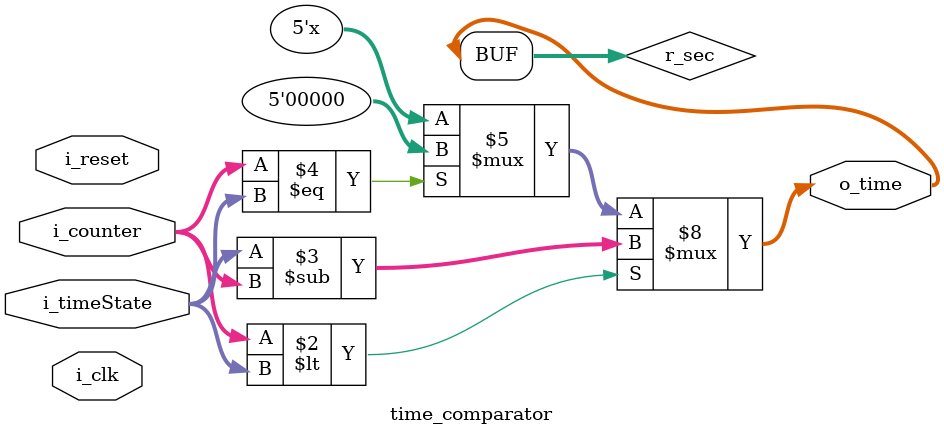
<source format=v>
`timescale 1ns / 1ps


module time_comparator(
    input [4:0] i_counter,
    input [4:0] i_timeState,
    input i_reset, i_clk,
    output [4:0] o_time
    );

    reg [4:0] r_sec;
    assign o_time = r_sec;
    
    always @(*) begin
        if(i_counter < i_timeState) begin
            r_sec <= i_timeState - i_counter;
        end
        else if(i_counter == i_timeState) begin
            r_sec <= 0;
        end
    end
endmodule

</source>
